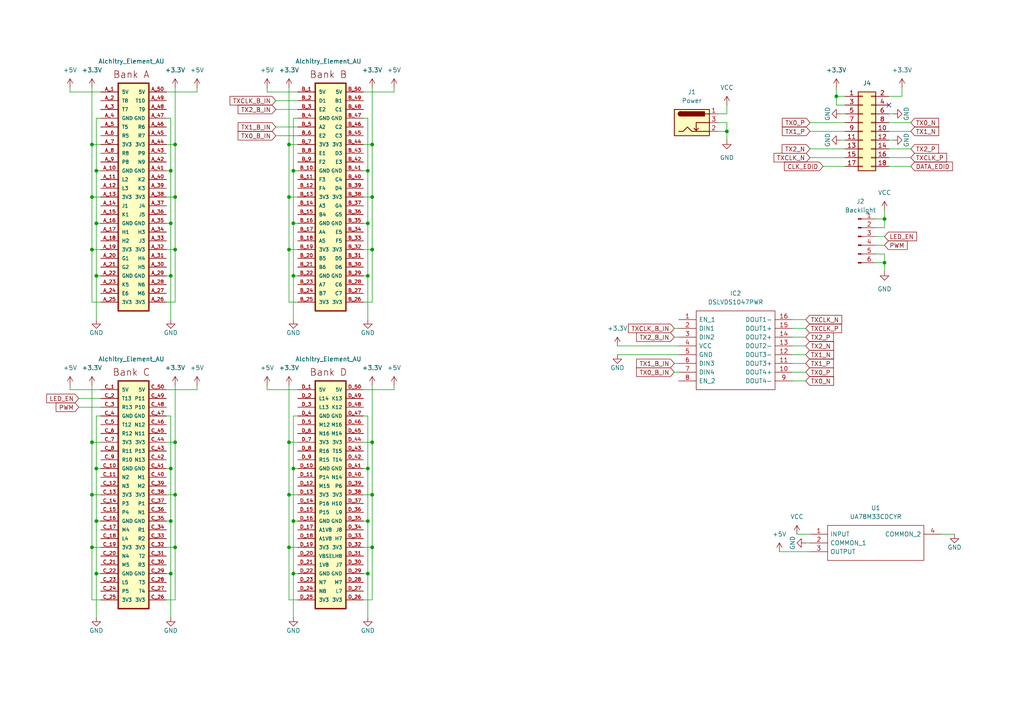
<source format=kicad_sch>
(kicad_sch (version 20230121) (generator eeschema)
  (paper "A4")
  (lib_symbols
    (symbol "Alchitry_Element:Alchitry_Element_AU" (pin_names (offset 1.016))
      (property "Value" "Alchitry_Element_AU" (at -3.81 -38.1 0))
      (symbol "Alchitry_Element_AU_1_0"
        (rectangle (start -3.81 30.48) (end 5.08 -35.56) (stroke (width 0.4064)) (fill (type background)))
        (text "Bank A" (at 0 33.02 0) (effects (font (size 2 2))))
        (pin passive line (at -8.89 27.94 0) (length 5.08) (name "5V") (number "A_1"))
        (pin passive line (at -8.89 5.08 0) (length 5.08) (name "GND") (number "A_10"))
        (pin passive line (at -8.89 2.54 0) (length 5.08) (name "L2") (number "A_11"))
        (pin passive line (at -8.89 0 0) (length 5.08) (name "L3") (number "A_12"))
        (pin passive line (at -8.89 -2.54 0) (length 5.08) (name "3V3") (number "A_13"))
        (pin passive line (at -8.89 -5.08 0) (length 5.08) (name "J1") (number "A_14"))
        (pin passive line (at -8.89 -7.62 0) (length 5.08) (name "K1") (number "A_15"))
        (pin passive line (at -8.89 -10.16 0) (length 5.08) (name "GND") (number "A_16"))
        (pin passive line (at -8.89 -12.7 0) (length 5.08) (name "H1") (number "A_17"))
        (pin passive line (at -8.89 -15.24 0) (length 5.08) (name "H2") (number "A_18"))
        (pin passive line (at -8.89 -17.78 0) (length 5.08) (name "3V3") (number "A_19"))
        (pin passive line (at -8.89 25.4 0) (length 5.08) (name "T8") (number "A_2"))
        (pin passive line (at -8.89 -20.32 0) (length 5.08) (name "G1") (number "A_20"))
        (pin passive line (at -8.89 -22.86 0) (length 5.08) (name "G2") (number "A_21"))
        (pin passive line (at -8.89 -25.4 0) (length 5.08) (name "GND") (number "A_22"))
        (pin passive line (at -8.89 -27.94 0) (length 5.08) (name "K5") (number "A_23"))
        (pin passive line (at -8.89 -30.48 0) (length 5.08) (name "E6") (number "A_24"))
        (pin passive line (at -8.89 -33.02 0) (length 5.08) (name "3V3") (number "A_25"))
        (pin passive line (at 10.16 -33.02 180) (length 5.08) (name "3V3") (number "A_26"))
        (pin passive line (at 10.16 -30.48 180) (length 5.08) (name "M6") (number "A_27"))
        (pin passive line (at 10.16 -27.94 180) (length 5.08) (name "N6") (number "A_28"))
        (pin passive line (at 10.16 -25.4 180) (length 5.08) (name "GND") (number "A_29"))
        (pin passive line (at -8.89 22.86 0) (length 5.08) (name "T7") (number "A_3"))
        (pin passive line (at 10.16 -22.86 180) (length 5.08) (name "H5") (number "A_30"))
        (pin passive line (at 10.16 -20.32 180) (length 5.08) (name "H4") (number "A_31"))
        (pin passive line (at 10.16 -17.78 180) (length 5.08) (name "3V3") (number "A_32"))
        (pin passive line (at 10.16 -15.24 180) (length 5.08) (name "J3") (number "A_33"))
        (pin passive line (at 10.16 -12.7 180) (length 5.08) (name "H3") (number "A_34"))
        (pin passive line (at 10.16 -10.16 180) (length 5.08) (name "GND") (number "A_35"))
        (pin passive line (at 10.16 -7.62 180) (length 5.08) (name "J5") (number "A_36"))
        (pin passive line (at 10.16 -5.08 180) (length 5.08) (name "J4") (number "A_37"))
        (pin passive line (at 10.16 -2.54 180) (length 5.08) (name "3V3") (number "A_38"))
        (pin passive line (at 10.16 0 180) (length 5.08) (name "K3") (number "A_39"))
        (pin passive line (at -8.89 20.32 0) (length 5.08) (name "GND") (number "A_4"))
        (pin passive line (at 10.16 2.54 180) (length 5.08) (name "K2") (number "A_40"))
        (pin passive line (at 10.16 5.08 180) (length 5.08) (name "GND") (number "A_41"))
        (pin passive line (at 10.16 7.62 180) (length 5.08) (name "N9") (number "A_42"))
        (pin passive line (at 10.16 10.16 180) (length 5.08) (name "P9") (number "A_43"))
        (pin passive line (at 10.16 12.7 180) (length 5.08) (name "3V3") (number "A_44"))
        (pin passive line (at 10.16 15.24 180) (length 5.08) (name "R7") (number "A_45"))
        (pin passive line (at 10.16 17.78 180) (length 5.08) (name "R6") (number "A_46"))
        (pin passive line (at 10.16 20.32 180) (length 5.08) (name "GND") (number "A_47"))
        (pin passive line (at 10.16 22.86 180) (length 5.08) (name "T9") (number "A_48"))
        (pin passive line (at 10.16 25.4 180) (length 5.08) (name "T10") (number "A_49"))
        (pin passive line (at -8.89 17.78 0) (length 5.08) (name "T5") (number "A_5"))
        (pin passive line (at 10.16 27.94 180) (length 5.08) (name "5V") (number "A_50"))
        (pin passive line (at -8.89 15.24 0) (length 5.08) (name "R5") (number "A_6"))
        (pin passive line (at -8.89 12.7 0) (length 5.08) (name "3V3") (number "A_7"))
        (pin passive line (at -8.89 10.16 0) (length 5.08) (name "R8") (number "A_8"))
        (pin passive line (at -8.89 7.62 0) (length 5.08) (name "P8") (number "A_9"))
      )
      (symbol "Alchitry_Element_AU_2_0"
        (rectangle (start -3.81 30.48) (end 5.08 -35.56) (stroke (width 0.4064)) (fill (type background)))
        (text "Bank B" (at 0 33.02 0) (effects (font (size 2 2))))
        (pin passive line (at -8.89 27.94 0) (length 5.08) (name "5V") (number "B_1"))
        (pin passive line (at -8.89 5.08 0) (length 5.08) (name "GND") (number "B_10"))
        (pin passive line (at -8.89 2.54 0) (length 5.08) (name "F3") (number "B_11"))
        (pin passive line (at -8.89 0 0) (length 5.08) (name "F4") (number "B_12"))
        (pin passive line (at -8.89 -2.54 0) (length 5.08) (name "3V3") (number "B_13"))
        (pin passive line (at -8.89 -5.08 0) (length 5.08) (name "A3") (number "B_14"))
        (pin passive line (at -8.89 -7.62 0) (length 5.08) (name "B4") (number "B_15"))
        (pin passive line (at -8.89 -10.16 0) (length 5.08) (name "GND") (number "B_16"))
        (pin passive line (at -8.89 -12.7 0) (length 5.08) (name "A4") (number "B_17"))
        (pin passive line (at -8.89 -15.24 0) (length 5.08) (name "A5") (number "B_18"))
        (pin passive line (at -8.89 -17.78 0) (length 5.08) (name "3V3") (number "B_19"))
        (pin passive line (at -8.89 25.4 0) (length 5.08) (name "D1") (number "B_2"))
        (pin passive line (at -8.89 -20.32 0) (length 5.08) (name "B5") (number "B_20"))
        (pin passive line (at -8.89 -22.86 0) (length 5.08) (name "B6") (number "B_21"))
        (pin passive line (at -8.89 -25.4 0) (length 5.08) (name "GND") (number "B_22"))
        (pin passive line (at -8.89 -27.94 0) (length 5.08) (name "A7") (number "B_23"))
        (pin passive line (at -8.89 -30.48 0) (length 5.08) (name "B7") (number "B_24"))
        (pin passive line (at -8.89 -33.02 0) (length 5.08) (name "3V3") (number "B_25"))
        (pin passive line (at 10.16 -33.02 180) (length 5.08) (name "3V3") (number "B_26"))
        (pin passive line (at 10.16 -30.48 180) (length 5.08) (name "C7") (number "B_27"))
        (pin passive line (at 10.16 -27.94 180) (length 5.08) (name "C6") (number "B_28"))
        (pin passive line (at 10.16 -25.4 180) (length 5.08) (name "GND") (number "B_29"))
        (pin passive line (at -8.89 22.86 0) (length 5.08) (name "E2") (number "B_3"))
        (pin passive line (at 10.16 -22.86 180) (length 5.08) (name "D6") (number "B_30"))
        (pin passive line (at 10.16 -20.32 180) (length 5.08) (name "D5") (number "B_31"))
        (pin passive line (at 10.16 -17.78 180) (length 5.08) (name "3V3") (number "B_32"))
        (pin passive line (at 10.16 -15.24 180) (length 5.08) (name "F5") (number "B_33"))
        (pin passive line (at 10.16 -12.7 180) (length 5.08) (name "E5") (number "B_34"))
        (pin passive line (at 10.16 -10.16 180) (length 5.08) (name "GND") (number "B_35"))
        (pin passive line (at 10.16 -7.62 180) (length 5.08) (name "G5") (number "B_36"))
        (pin passive line (at 10.16 -5.08 180) (length 5.08) (name "G4") (number "B_37"))
        (pin passive line (at 10.16 -2.54 180) (length 5.08) (name "3V3") (number "B_38"))
        (pin passive line (at 10.16 0 180) (length 5.08) (name "D4") (number "B_39"))
        (pin passive line (at -8.89 20.32 0) (length 5.08) (name "GND") (number "B_4"))
        (pin passive line (at 10.16 2.54 180) (length 5.08) (name "C4") (number "B_40"))
        (pin passive line (at 10.16 5.08 180) (length 5.08) (name "GND") (number "B_41"))
        (pin passive line (at 10.16 7.62 180) (length 5.08) (name "E3") (number "B_42"))
        (pin passive line (at 10.16 10.16 180) (length 5.08) (name "D3") (number "B_43"))
        (pin passive line (at 10.16 12.7 180) (length 5.08) (name "3V3") (number "B_44"))
        (pin passive line (at 10.16 15.24 180) (length 5.08) (name "C3") (number "B_45"))
        (pin passive line (at 10.16 17.78 180) (length 5.08) (name "C2") (number "B_46"))
        (pin passive line (at 10.16 20.32 180) (length 5.08) (name "GND") (number "B_47"))
        (pin passive line (at 10.16 22.86 180) (length 5.08) (name "C1") (number "B_48"))
        (pin passive line (at 10.16 25.4 180) (length 5.08) (name "B1") (number "B_49"))
        (pin passive line (at -8.89 17.78 0) (length 5.08) (name "A2") (number "B_5"))
        (pin passive line (at 10.16 27.94 180) (length 5.08) (name "5V") (number "B_50"))
        (pin passive line (at -8.89 15.24 0) (length 5.08) (name "E2") (number "B_6"))
        (pin passive line (at -8.89 12.7 0) (length 5.08) (name "3V3") (number "B_7"))
        (pin passive line (at -8.89 10.16 0) (length 5.08) (name "E1") (number "B_8"))
        (pin passive line (at -8.89 7.62 0) (length 5.08) (name "F2") (number "B_9"))
      )
      (symbol "Alchitry_Element_AU_3_0"
        (rectangle (start -3.81 30.48) (end 5.08 -35.56) (stroke (width 0.4064)) (fill (type background)))
        (text "Bank C" (at 0 33.02 0) (effects (font (size 2 2))))
        (pin passive line (at -8.89 27.94 0) (length 5.08) (name "5V") (number "C_1"))
        (pin passive line (at -8.89 5.08 0) (length 5.08) (name "GND") (number "C_10"))
        (pin passive line (at -8.89 2.54 0) (length 5.08) (name "N2") (number "C_11"))
        (pin passive line (at -8.89 0 0) (length 5.08) (name "N3") (number "C_12"))
        (pin passive line (at -8.89 -2.54 0) (length 5.08) (name "3V3") (number "C_13"))
        (pin passive line (at -8.89 -5.08 0) (length 5.08) (name "P3") (number "C_14"))
        (pin passive line (at -8.89 -7.62 0) (length 5.08) (name "P4") (number "C_15"))
        (pin passive line (at -8.89 -10.16 0) (length 5.08) (name "GND") (number "C_16"))
        (pin passive line (at -8.89 -12.7 0) (length 5.08) (name "M4") (number "C_17"))
        (pin passive line (at -8.89 -15.24 0) (length 5.08) (name "L4") (number "C_18"))
        (pin passive line (at -8.89 -17.78 0) (length 5.08) (name "3V3") (number "C_19"))
        (pin passive line (at -8.89 25.4 0) (length 5.08) (name "T13") (number "C_2"))
        (pin passive line (at -8.89 -20.32 0) (length 5.08) (name "N4") (number "C_20"))
        (pin passive line (at -8.89 -22.86 0) (length 5.08) (name "M5") (number "C_21"))
        (pin passive line (at -8.89 -25.4 0) (length 5.08) (name "GND") (number "C_22"))
        (pin passive line (at -8.89 -27.94 0) (length 5.08) (name "L5") (number "C_23"))
        (pin passive line (at -8.89 -30.48 0) (length 5.08) (name "P5") (number "C_24"))
        (pin passive line (at -8.89 -33.02 0) (length 5.08) (name "3V3") (number "C_25"))
        (pin passive line (at 10.16 -33.02 180) (length 5.08) (name "3V3") (number "C_26"))
        (pin passive line (at 10.16 -30.48 180) (length 5.08) (name "T4") (number "C_27"))
        (pin passive line (at 10.16 -27.94 180) (length 5.08) (name "T3") (number "C_28"))
        (pin passive line (at 10.16 -25.4 180) (length 5.08) (name "GND") (number "C_29"))
        (pin passive line (at -8.89 22.86 0) (length 5.08) (name "R13") (number "C_3"))
        (pin passive line (at 10.16 -22.86 180) (length 5.08) (name "R3") (number "C_30"))
        (pin passive line (at 10.16 -20.32 180) (length 5.08) (name "T2") (number "C_31"))
        (pin passive line (at 10.16 -17.78 180) (length 5.08) (name "3V3") (number "C_32"))
        (pin passive line (at 10.16 -15.24 180) (length 5.08) (name "R2") (number "C_33"))
        (pin passive line (at 10.16 -12.7 180) (length 5.08) (name "R1") (number "C_34"))
        (pin passive line (at 10.16 -10.16 180) (length 5.08) (name "GND") (number "C_35"))
        (pin passive line (at 10.16 -7.62 180) (length 5.08) (name "N1") (number "C_36"))
        (pin passive line (at 10.16 -5.08 180) (length 5.08) (name "P1") (number "C_37"))
        (pin passive line (at 10.16 -2.54 180) (length 5.08) (name "3V3") (number "C_38"))
        (pin passive line (at 10.16 0 180) (length 5.08) (name "M2") (number "C_39"))
        (pin passive line (at -8.89 20.32 0) (length 5.08) (name "GND") (number "C_4"))
        (pin passive line (at 10.16 2.54 180) (length 5.08) (name "M1") (number "C_40"))
        (pin passive line (at 10.16 5.08 180) (length 5.08) (name "GND") (number "C_41"))
        (pin passive line (at 10.16 7.62 180) (length 5.08) (name "N13") (number "C_42"))
        (pin passive line (at 10.16 10.16 180) (length 5.08) (name "P13") (number "C_43"))
        (pin passive line (at 10.16 12.7 180) (length 5.08) (name "3V3") (number "C_44"))
        (pin passive line (at 10.16 15.24 180) (length 5.08) (name "N11") (number "C_45"))
        (pin passive line (at 10.16 17.78 180) (length 5.08) (name "N12") (number "C_46"))
        (pin passive line (at 10.16 20.32 180) (length 5.08) (name "GND") (number "C_47"))
        (pin passive line (at 10.16 22.86 180) (length 5.08) (name "P10") (number "C_48"))
        (pin passive line (at 10.16 25.4 180) (length 5.08) (name "P11") (number "C_49"))
        (pin passive line (at -8.89 17.78 0) (length 5.08) (name "T12") (number "C_5"))
        (pin passive line (at 10.16 27.94 180) (length 5.08) (name "5V") (number "C_50"))
        (pin passive line (at -8.89 15.24 0) (length 5.08) (name "R12") (number "C_6"))
        (pin passive line (at -8.89 12.7 0) (length 5.08) (name "3V3") (number "C_7"))
        (pin passive line (at -8.89 10.16 0) (length 5.08) (name "R11") (number "C_8"))
        (pin passive line (at -8.89 7.62 0) (length 5.08) (name "R10") (number "C_9"))
      )
      (symbol "Alchitry_Element_AU_4_0"
        (rectangle (start -3.81 30.48) (end 5.08 -35.56) (stroke (width 0.4064)) (fill (type background)))
        (text "Bank D" (at 0 33.02 0) (effects (font (size 2 2))))
        (pin passive line (at -8.89 27.94 0) (length 5.08) (name "5V") (number "D_1"))
        (pin passive line (at -8.89 5.08 0) (length 5.08) (name "GND") (number "D_10"))
        (pin passive line (at -8.89 2.54 0) (length 5.08) (name "P14") (number "D_11"))
        (pin passive line (at -8.89 0 0) (length 5.08) (name "M15") (number "D_12"))
        (pin passive line (at -8.89 -2.54 0) (length 5.08) (name "3V3") (number "D_13"))
        (pin passive line (at -8.89 -5.08 0) (length 5.08) (name "P16") (number "D_14"))
        (pin passive line (at -8.89 -7.62 0) (length 5.08) (name "P15") (number "D_15"))
        (pin passive line (at -8.89 -10.16 0) (length 5.08) (name "GND") (number "D_16"))
        (pin passive line (at -8.89 -12.7 0) (length 5.08) (name "A1V8") (number "D_17"))
        (pin passive line (at -8.89 -15.24 0) (length 5.08) (name "A1V8") (number "D_18"))
        (pin passive line (at -8.89 -17.78 0) (length 5.08) (name "3V3") (number "D_19"))
        (pin passive line (at -8.89 25.4 0) (length 5.08) (name "L14") (number "D_2"))
        (pin passive line (at -8.89 -20.32 0) (length 5.08) (name "VBSEL") (number "D_20"))
        (pin passive line (at -8.89 -22.86 0) (length 5.08) (name "1V8") (number "D_21"))
        (pin passive line (at -8.89 -25.4 0) (length 5.08) (name "GND") (number "D_22"))
        (pin passive line (at -8.89 -27.94 0) (length 5.08) (name "N7") (number "D_23"))
        (pin passive line (at -8.89 -30.48 0) (length 5.08) (name "N8") (number "D_24"))
        (pin passive line (at -8.89 -33.02 0) (length 5.08) (name "3V3") (number "D_25"))
        (pin passive line (at 10.16 -33.02 180) (length 5.08) (name "3V3") (number "D_26"))
        (pin passive line (at 10.16 -30.48 180) (length 5.08) (name "L7") (number "D_27"))
        (pin passive line (at 10.16 -27.94 180) (length 5.08) (name "M7") (number "D_28"))
        (pin passive line (at 10.16 -25.4 180) (length 5.08) (name "GND") (number "D_29"))
        (pin passive line (at -8.89 22.86 0) (length 5.08) (name "L13") (number "D_3"))
        (pin passive line (at 10.16 -22.86 180) (length 5.08) (name "J7") (number "D_30"))
        (pin passive line (at 10.16 -20.32 180) (length 5.08) (name "H8") (number "D_31"))
        (pin passive line (at 10.16 -17.78 180) (length 5.08) (name "3V3") (number "D_32"))
        (pin passive line (at 10.16 -15.24 180) (length 5.08) (name "H7") (number "D_33"))
        (pin passive line (at 10.16 -12.7 180) (length 5.08) (name "J8") (number "D_34"))
        (pin passive line (at 10.16 -10.16 180) (length 5.08) (name "GND") (number "D_35"))
        (pin passive line (at 10.16 -7.62 180) (length 5.08) (name "L9") (number "D_36"))
        (pin passive line (at 10.16 -5.08 180) (length 5.08) (name "H10") (number "D_37"))
        (pin passive line (at 10.16 -2.54 180) (length 5.08) (name "3V3") (number "D_38"))
        (pin passive line (at 10.16 0 180) (length 5.08) (name "P6") (number "D_39"))
        (pin passive line (at -8.89 20.32 0) (length 5.08) (name "GND") (number "D_4"))
        (pin passive line (at 10.16 2.54 180) (length 5.08) (name "N14") (number "D_40"))
        (pin passive line (at 10.16 5.08 180) (length 5.08) (name "GND") (number "D_41"))
        (pin passive line (at 10.16 7.62 180) (length 5.08) (name "T14") (number "D_42"))
        (pin passive line (at 10.16 10.16 180) (length 5.08) (name "T15") (number "D_43"))
        (pin passive line (at 10.16 12.7 180) (length 5.08) (name "3V3") (number "D_44"))
        (pin passive line (at 10.16 15.24 180) (length 5.08) (name "M14") (number "D_45"))
        (pin passive line (at 10.16 17.78 180) (length 5.08) (name "M16") (number "D_46"))
        (pin passive line (at 10.16 20.32 180) (length 5.08) (name "GND") (number "D_47"))
        (pin passive line (at 10.16 22.86 180) (length 5.08) (name "K12") (number "D_48"))
        (pin passive line (at 10.16 25.4 180) (length 5.08) (name "K13") (number "D_49"))
        (pin passive line (at -8.89 17.78 0) (length 5.08) (name "M12") (number "D_5"))
        (pin passive line (at 10.16 27.94 180) (length 5.08) (name "5V") (number "D_50"))
        (pin passive line (at -8.89 15.24 0) (length 5.08) (name "N16") (number "D_6"))
        (pin passive line (at -8.89 12.7 0) (length 5.08) (name "3V3") (number "D_7"))
        (pin passive line (at -8.89 10.16 0) (length 5.08) (name "R16") (number "D_8"))
        (pin passive line (at -8.89 7.62 0) (length 5.08) (name "R15") (number "D_9"))
      )
    )
    (symbol "Connector:Barrel_Jack_Switch" (pin_names hide)
      (property "Reference" "J" (at 0 5.334 0))
      (property "Value" "Barrel_Jack_Switch" (at 0 -5.08 0))
      (symbol "Barrel_Jack_Switch_0_1"
        (rectangle (start -5.08 3.81) (end 5.08 -3.81) (stroke (width 0.254)) (fill (type background)))
        (arc (start -3.302 3.175) (mid -3.9343 2.54) (end -3.302 1.905) (stroke (width 0.254)))
        (arc (start -3.302 3.175) (mid -3.9343 2.54) (end -3.302 1.905) (stroke (width 0.254)) (fill (type outline)))
        (polyline (pts (xy 1.27 -2.286) (xy 1.905 -1.651)) (stroke (width 0.254)))
        (polyline (pts (xy 5.08 2.54) (xy 3.81 2.54)) (stroke (width 0.254)))
        (polyline (pts (xy 5.08 0) (xy 1.27 0) (xy 1.27 -2.286) (xy 0.635 -1.651)) (stroke (width 0.254)))
        (polyline (pts (xy -3.81 -2.54) (xy -2.54 -2.54) (xy -1.27 -1.27) (xy 0 -2.54) (xy 2.54 -2.54) (xy 5.08 -2.54)) (stroke (width 0.254)))
        (rectangle (start 3.683 3.175) (end -3.302 1.905) (stroke (width 0.254)) (fill (type outline)))
      )
      (symbol "Barrel_Jack_Switch_1_1"
        (pin passive line (at 7.62 2.54 180) (length 2.54) (name "~") (number "1"))
        (pin passive line (at 7.62 -2.54 180) (length 2.54) (name "~") (number "2"))
        (pin passive line (at 7.62 0 180) (length 2.54) (name "~") (number "3"))
      )
    )
    (symbol "Connector:Conn_01x06_Male" (pin_names (offset 1.016) hide)
      (property "Reference" "J" (at 0 7.62 0))
      (property "Value" "Conn_01x06_Male" (at 0 -10.16 0))
      (symbol "Conn_01x06_Male_1_1"
        (polyline (pts (xy 1.27 -7.62) (xy 0.8636 -7.62)) (stroke (width 0.1524)))
        (polyline (pts (xy 1.27 -5.08) (xy 0.8636 -5.08)) (stroke (width 0.1524)))
        (polyline (pts (xy 1.27 -2.54) (xy 0.8636 -2.54)) (stroke (width 0.1524)))
        (polyline (pts (xy 1.27 0) (xy 0.8636 0)) (stroke (width 0.1524)))
        (polyline (pts (xy 1.27 2.54) (xy 0.8636 2.54)) (stroke (width 0.1524)))
        (polyline (pts (xy 1.27 5.08) (xy 0.8636 5.08)) (stroke (width 0.1524)))
        (rectangle (start 0.8636 -7.493) (end 0 -7.747) (stroke (width 0.1524)) (fill (type outline)))
        (rectangle (start 0.8636 -4.953) (end 0 -5.207) (stroke (width 0.1524)) (fill (type outline)))
        (rectangle (start 0.8636 -2.413) (end 0 -2.667) (stroke (width 0.1524)) (fill (type outline)))
        (rectangle (start 0.8636 0.127) (end 0 -0.127) (stroke (width 0.1524)) (fill (type outline)))
        (rectangle (start 0.8636 2.667) (end 0 2.413) (stroke (width 0.1524)) (fill (type outline)))
        (rectangle (start 0.8636 5.207) (end 0 4.953) (stroke (width 0.1524)) (fill (type outline)))
        (pin passive line (at 5.08 5.08 180) (length 3.81) (name "Pin_1") (number "1"))
        (pin passive line (at 5.08 2.54 180) (length 3.81) (name "Pin_2") (number "2"))
        (pin passive line (at 5.08 0 180) (length 3.81) (name "Pin_3") (number "3"))
        (pin passive line (at 5.08 -2.54 180) (length 3.81) (name "Pin_4") (number "4"))
        (pin passive line (at 5.08 -5.08 180) (length 3.81) (name "Pin_5") (number "5"))
        (pin passive line (at 5.08 -7.62 180) (length 3.81) (name "Pin_6") (number "6"))
      )
    )
    (symbol "Connector_Generic:Conn_02x09_Odd_Even" (pin_names (offset 1.016) hide)
      (property "Reference" "J" (at 1.27 12.7 0))
      (property "Value" "Conn_02x09_Odd_Even" (at 1.27 -12.7 0))
      (symbol "Conn_02x09_Odd_Even_1_1"
        (rectangle (start -1.27 -10.033) (end 0 -10.287) (stroke (width 0.1524)))
        (rectangle (start -1.27 -7.493) (end 0 -7.747) (stroke (width 0.1524)))
        (rectangle (start -1.27 -4.953) (end 0 -5.207) (stroke (width 0.1524)))
        (rectangle (start -1.27 -2.413) (end 0 -2.667) (stroke (width 0.1524)))
        (rectangle (start -1.27 0.127) (end 0 -0.127) (stroke (width 0.1524)))
        (rectangle (start -1.27 2.667) (end 0 2.413) (stroke (width 0.1524)))
        (rectangle (start -1.27 5.207) (end 0 4.953) (stroke (width 0.1524)))
        (rectangle (start -1.27 7.747) (end 0 7.493) (stroke (width 0.1524)))
        (rectangle (start -1.27 10.287) (end 0 10.033) (stroke (width 0.1524)))
        (rectangle (start -1.27 11.43) (end 3.81 -11.43) (stroke (width 0.254)) (fill (type background)))
        (rectangle (start 3.81 -10.033) (end 2.54 -10.287) (stroke (width 0.1524)))
        (rectangle (start 3.81 -7.493) (end 2.54 -7.747) (stroke (width 0.1524)))
        (rectangle (start 3.81 -4.953) (end 2.54 -5.207) (stroke (width 0.1524)))
        (rectangle (start 3.81 -2.413) (end 2.54 -2.667) (stroke (width 0.1524)))
        (rectangle (start 3.81 0.127) (end 2.54 -0.127) (stroke (width 0.1524)))
        (rectangle (start 3.81 2.667) (end 2.54 2.413) (stroke (width 0.1524)))
        (rectangle (start 3.81 5.207) (end 2.54 4.953) (stroke (width 0.1524)))
        (rectangle (start 3.81 7.747) (end 2.54 7.493) (stroke (width 0.1524)))
        (rectangle (start 3.81 10.287) (end 2.54 10.033) (stroke (width 0.1524)))
        (pin passive line (at -5.08 10.16 0) (length 3.81) (name "Pin_1") (number "1"))
        (pin passive line (at 7.62 0 180) (length 3.81) (name "Pin_10") (number "10"))
        (pin passive line (at -5.08 -2.54 0) (length 3.81) (name "Pin_11") (number "11"))
        (pin passive line (at 7.62 -2.54 180) (length 3.81) (name "Pin_12") (number "12"))
        (pin passive line (at -5.08 -5.08 0) (length 3.81) (name "Pin_13") (number "13"))
        (pin passive line (at 7.62 -5.08 180) (length 3.81) (name "Pin_14") (number "14"))
        (pin passive line (at -5.08 -7.62 0) (length 3.81) (name "Pin_15") (number "15"))
        (pin passive line (at 7.62 -7.62 180) (length 3.81) (name "Pin_16") (number "16"))
        (pin passive line (at -5.08 -10.16 0) (length 3.81) (name "Pin_17") (number "17"))
        (pin passive line (at 7.62 -10.16 180) (length 3.81) (name "Pin_18") (number "18"))
        (pin passive line (at 7.62 10.16 180) (length 3.81) (name "Pin_2") (number "2"))
        (pin passive line (at -5.08 7.62 0) (length 3.81) (name "Pin_3") (number "3"))
        (pin passive line (at 7.62 7.62 180) (length 3.81) (name "Pin_4") (number "4"))
        (pin passive line (at -5.08 5.08 0) (length 3.81) (name "Pin_5") (number "5"))
        (pin passive line (at 7.62 5.08 180) (length 3.81) (name "Pin_6") (number "6"))
        (pin passive line (at -5.08 2.54 0) (length 3.81) (name "Pin_7") (number "7"))
        (pin passive line (at 7.62 2.54 180) (length 3.81) (name "Pin_8") (number "8"))
        (pin passive line (at -5.08 0 0) (length 3.81) (name "Pin_9") (number "9"))
      )
    )
    (symbol "SamacSys_Parts:DSLVDS1047PWR" (pin_names (offset 0.762))
      (property "Reference" "IC" (at 29.21 7.62 0))
      (property "Value" "DSLVDS1047PWR" (at 29.21 5.08 0))
      (symbol "DSLVDS1047PWR_0_0"
        (pin passive line (at 0 0 0) (length 5.08) (name "EN_1") (number "1"))
        (pin passive line (at 33.02 -15.24 180) (length 5.08) (name "DOUT4+") (number "10"))
        (pin passive line (at 33.02 -12.7 180) (length 5.08) (name "DOUT3+") (number "11"))
        (pin passive line (at 33.02 -10.16 180) (length 5.08) (name "DOUT3-") (number "12"))
        (pin passive line (at 33.02 -7.62 180) (length 5.08) (name "DOUT2-") (number "13"))
        (pin passive line (at 33.02 -5.08 180) (length 5.08) (name "DOUT2+") (number "14"))
        (pin passive line (at 33.02 -2.54 180) (length 5.08) (name "DOUT1+") (number "15"))
        (pin passive line (at 33.02 0 180) (length 5.08) (name "DOUT1-") (number "16"))
        (pin passive line (at 0 -2.54 0) (length 5.08) (name "DIN1") (number "2"))
        (pin passive line (at 0 -5.08 0) (length 5.08) (name "DIN2") (number "3"))
        (pin passive line (at 0 -7.62 0) (length 5.08) (name "VCC") (number "4"))
        (pin passive line (at 0 -10.16 0) (length 5.08) (name "GND") (number "5"))
        (pin passive line (at 0 -12.7 0) (length 5.08) (name "DIN3") (number "6"))
        (pin passive line (at 0 -15.24 0) (length 5.08) (name "DIN4") (number "7"))
        (pin passive line (at 0 -17.78 0) (length 5.08) (name "EN_2") (number "8"))
        (pin passive line (at 33.02 -17.78 180) (length 5.08) (name "DOUT4-") (number "9"))
      )
      (symbol "DSLVDS1047PWR_0_1"
        (polyline (pts (xy 5.08 2.54) (xy 27.94 2.54) (xy 27.94 -20.32) (xy 5.08 -20.32) (xy 5.08 2.54)) (stroke (width 0.1524)))
      )
    )
    (symbol "SamacSys_Parts:UA78M33CDCYR" (pin_names (offset 0.762))
      (property "Reference" "U" (at 34.29 7.62 0))
      (property "Value" "UA78M33CDCYR" (at 34.29 5.08 0))
      (symbol "UA78M33CDCYR_0_0"
        (pin passive line (at 0 0 0) (length 5.08) (name "INPUT") (number "1"))
        (pin passive line (at 0 -2.54 0) (length 5.08) (name "COMMON_1") (number "2"))
        (pin passive line (at 0 -5.08 0) (length 5.08) (name "OUTPUT") (number "3"))
        (pin passive line (at 38.1 0 180) (length 5.08) (name "COMMON_2") (number "4"))
      )
      (symbol "UA78M33CDCYR_0_1"
        (polyline (pts (xy 5.08 2.54) (xy 33.02 2.54) (xy 33.02 -7.62) (xy 5.08 -7.62) (xy 5.08 2.54)) (stroke (width 0.1524)))
      )
    )
    (symbol "power:+3.3V" (power) (pin_names (offset 0))
      (property "Value" "+3.3V" (at 0 3.556 0))
      (symbol "+3.3V_0_1"
        (polyline (pts (xy -0.762 1.27) (xy 0 2.54)))
        (polyline (pts (xy 0 0) (xy 0 2.54)))
        (polyline (pts (xy 0 2.54) (xy 0.762 1.27)))
      )
      (symbol "+3.3V_1_1"
        (pin power_in line (at 0 0 90) (length 0) hide (name "+3.3V") (number "1"))
      )
    )
    (symbol "power:+5V" (power) (pin_names (offset 0))
      (property "Value" "+5V" (at 0 3.556 0))
      (symbol "+5V_0_1"
        (polyline (pts (xy -0.762 1.27) (xy 0 2.54)))
        (polyline (pts (xy 0 0) (xy 0 2.54)))
        (polyline (pts (xy 0 2.54) (xy 0.762 1.27)))
      )
      (symbol "+5V_1_1"
        (pin power_in line (at 0 0 90) (length 0) hide (name "+5V") (number "1"))
      )
    )
    (symbol "power:GND" (power) (pin_names (offset 0))
      (property "Value" "GND" (at 0 -3.81 0))
      (symbol "GND_0_1"
        (polyline (pts (xy 0 0) (xy 0 -1.27) (xy 1.27 -1.27) (xy 0 -2.54) (xy -1.27 -1.27) (xy 0 -1.27)))
      )
      (symbol "GND_1_1"
        (pin power_in line (at 0 0 270) (length 0) hide (name "GND") (number "1"))
      )
    )
    (symbol "power:VCC" (power) (pin_names (offset 0))
      (property "Value" "VCC" (at 0 3.81 0))
      (symbol "VCC_0_1"
        (polyline (pts (xy -0.762 1.27) (xy 0 2.54)))
        (polyline (pts (xy 0 0) (xy 0 2.54)))
        (polyline (pts (xy 0 2.54) (xy 0.762 1.27)))
      )
      (symbol "VCC_1_1"
        (pin power_in line (at 0 0 90) (length 0) hide (name "VCC") (number "1"))
      )
    )
  )
  (junction (at 49.53 49.53))
  (junction (at 85.09 151.13))
  (junction (at 242.57 27.94))
  (junction (at 85.09 135.89))
  (junction (at 50.8 158.75))
  (junction (at 256.54 76.2))
  (junction (at 49.53 166.37))
  (junction (at 85.09 166.37))
  (junction (at 107.95 72.39))
  (junction (at 85.09 64.77))
  (junction (at 50.8 143.51))
  (junction (at 27.94 49.53))
  (junction (at 26.67 128.27))
  (junction (at 50.8 57.15))
  (junction (at 85.09 80.01))
  (junction (at 49.53 80.01))
  (junction (at 49.53 151.13))
  (junction (at 49.53 135.89))
  (junction (at 85.09 49.53))
  (junction (at 26.67 57.15))
  (junction (at 83.82 57.15))
  (junction (at 26.67 72.39))
  (junction (at 107.95 128.27))
  (junction (at 106.68 151.13))
  (junction (at 50.8 128.27))
  (junction (at 27.94 64.77))
  (junction (at 107.95 158.75))
  (junction (at 107.95 57.15))
  (junction (at 106.68 80.01))
  (junction (at 27.94 80.01))
  (junction (at 83.82 128.27))
  (junction (at 106.68 166.37))
  (junction (at 83.82 158.75))
  (junction (at 26.67 158.75))
  (junction (at 210.82 38.1))
  (junction (at 107.95 41.91))
  (junction (at 50.8 41.91))
  (junction (at 27.94 166.37))
  (junction (at 27.94 135.89))
  (junction (at 106.68 49.53))
  (junction (at 83.82 143.51))
  (junction (at 83.82 72.39))
  (junction (at 107.95 143.51))
  (junction (at 83.82 41.91))
  (junction (at 26.67 41.91))
  (junction (at 106.68 64.77))
  (junction (at 26.67 143.51))
  (junction (at 50.8 72.39))
  (junction (at 256.54 63.5))
  (junction (at 27.94 151.13))
  (junction (at 49.53 64.77))
  (junction (at 106.68 135.89))
  (no_connect (at 257.81 30.48))
  (wire (pts (xy 229.87 107.95) (xy 233.68 107.95)))
  (wire (pts (xy 229.87 95.25) (xy 233.68 95.25)))
  (wire (pts (xy 210.82 38.1) (xy 210.82 40.64)))
  (wire (pts (xy 107.95 57.15) (xy 105.41 57.15)))
  (wire (pts (xy 114.3 25.4) (xy 114.3 26.67)))
  (wire (pts (xy 27.94 151.13) (xy 27.94 166.37)))
  (wire (pts (xy 179.07 102.87) (xy 196.85 102.87)))
  (wire (pts (xy 254 66.04) (xy 256.54 66.04)))
  (wire (pts (xy 50.8 143.51) (xy 48.26 143.51)))
  (wire (pts (xy 107.95 143.51) (xy 105.41 143.51)))
  (wire (pts (xy 85.09 151.13) (xy 85.09 166.37)))
  (wire (pts (xy 50.8 158.75) (xy 48.26 158.75)))
  (wire (pts (xy 254 63.5) (xy 256.54 63.5)))
  (wire (pts (xy 106.68 135.89) (xy 106.68 151.13)))
  (wire (pts (xy 106.68 49.53) (xy 105.41 49.53)))
  (wire (pts (xy 20.32 111.76) (xy 20.32 113.03)))
  (wire (pts (xy 86.36 113.03) (xy 77.47 113.03)))
  (wire (pts (xy 83.82 57.15) (xy 86.36 57.15)))
  (wire (pts (xy 26.67 87.63) (xy 26.67 72.39)))
  (wire (pts (xy 27.94 34.29) (xy 27.94 49.53)))
  (wire (pts (xy 229.87 100.33) (xy 233.68 100.33)))
  (wire (pts (xy 83.82 128.27) (xy 86.36 128.27)))
  (wire (pts (xy 257.81 40.64) (xy 259.08 40.64)))
  (wire (pts (xy 106.68 49.53) (xy 106.68 64.77)))
  (wire (pts (xy 234.95 35.56) (xy 245.11 35.56)))
  (wire (pts (xy 27.94 49.53) (xy 29.21 49.53)))
  (wire (pts (xy 106.68 151.13) (xy 106.68 166.37)))
  (wire (pts (xy 107.95 158.75) (xy 105.41 158.75)))
  (wire (pts (xy 83.82 25.4) (xy 83.82 41.91)))
  (wire (pts (xy 27.94 64.77) (xy 29.21 64.77)))
  (wire (pts (xy 49.53 135.89) (xy 49.53 151.13)))
  (wire (pts (xy 107.95 158.75) (xy 107.95 143.51)))
  (wire (pts (xy 49.53 166.37) (xy 48.26 166.37)))
  (wire (pts (xy 26.67 57.15) (xy 26.67 41.91)))
  (wire (pts (xy 106.68 151.13) (xy 105.41 151.13)))
  (wire (pts (xy 83.82 72.39) (xy 83.82 57.15)))
  (wire (pts (xy 50.8 158.75) (xy 50.8 143.51)))
  (wire (pts (xy 26.67 72.39) (xy 26.67 57.15)))
  (wire (pts (xy 233.68 157.48) (xy 234.95 157.48)))
  (wire (pts (xy 26.67 25.4) (xy 26.67 41.91)))
  (wire (pts (xy 86.36 34.29) (xy 85.09 34.29)))
  (wire (pts (xy 86.36 87.63) (xy 83.82 87.63)))
  (wire (pts (xy 195.58 107.95) (xy 196.85 107.95)))
  (wire (pts (xy 257.81 35.56) (xy 264.16 35.56)))
  (wire (pts (xy 254 73.66) (xy 256.54 73.66)))
  (wire (pts (xy 49.53 151.13) (xy 49.53 166.37)))
  (wire (pts (xy 26.67 128.27) (xy 29.21 128.27)))
  (wire (pts (xy 29.21 113.03) (xy 20.32 113.03)))
  (wire (pts (xy 80.01 39.37) (xy 86.36 39.37)))
  (wire (pts (xy 231.14 154.94) (xy 234.95 154.94)))
  (wire (pts (xy 50.8 143.51) (xy 50.8 128.27)))
  (wire (pts (xy 107.95 41.91) (xy 105.41 41.91)))
  (wire (pts (xy 242.57 30.48) (xy 245.11 30.48)))
  (wire (pts (xy 27.94 80.01) (xy 29.21 80.01)))
  (wire (pts (xy 256.54 60.96) (xy 256.54 63.5)))
  (wire (pts (xy 29.21 87.63) (xy 26.67 87.63)))
  (wire (pts (xy 26.67 143.51) (xy 29.21 143.51)))
  (wire (pts (xy 273.05 154.94) (xy 276.86 154.94)))
  (wire (pts (xy 234.95 45.72) (xy 245.11 45.72)))
  (wire (pts (xy 105.41 26.67) (xy 114.3 26.67)))
  (wire (pts (xy 29.21 26.67) (xy 20.32 26.67)))
  (wire (pts (xy 83.82 57.15) (xy 83.82 41.91)))
  (wire (pts (xy 26.67 143.51) (xy 26.67 128.27)))
  (wire (pts (xy 106.68 166.37) (xy 106.68 179.07)))
  (wire (pts (xy 49.53 120.65) (xy 49.53 135.89)))
  (wire (pts (xy 83.82 143.51) (xy 83.82 128.27)))
  (wire (pts (xy 107.95 173.99) (xy 107.95 158.75)))
  (wire (pts (xy 210.82 33.02) (xy 210.82 30.48)))
  (wire (pts (xy 85.09 64.77) (xy 86.36 64.77)))
  (wire (pts (xy 195.58 95.25) (xy 196.85 95.25)))
  (wire (pts (xy 257.81 45.72) (xy 264.16 45.72)))
  (wire (pts (xy 195.58 105.41) (xy 196.85 105.41)))
  (wire (pts (xy 106.68 120.65) (xy 106.68 135.89)))
  (wire (pts (xy 48.26 173.99) (xy 50.8 173.99)))
  (wire (pts (xy 85.09 80.01) (xy 85.09 92.71)))
  (wire (pts (xy 49.53 80.01) (xy 48.26 80.01)))
  (wire (pts (xy 80.01 36.83) (xy 86.36 36.83)))
  (wire (pts (xy 257.81 27.94) (xy 261.62 27.94)))
  (wire (pts (xy 49.53 49.53) (xy 48.26 49.53)))
  (wire (pts (xy 229.87 110.49) (xy 233.68 110.49)))
  (wire (pts (xy 49.53 80.01) (xy 49.53 92.71)))
  (wire (pts (xy 49.53 151.13) (xy 48.26 151.13)))
  (wire (pts (xy 245.11 27.94) (xy 242.57 27.94)))
  (wire (pts (xy 29.21 34.29) (xy 27.94 34.29)))
  (wire (pts (xy 257.81 33.02) (xy 259.08 33.02)))
  (wire (pts (xy 57.15 111.76) (xy 57.15 113.03)))
  (wire (pts (xy 49.53 166.37) (xy 49.53 179.07)))
  (wire (pts (xy 27.94 166.37) (xy 27.94 179.07)))
  (wire (pts (xy 27.94 80.01) (xy 27.94 92.71)))
  (wire (pts (xy 50.8 41.91) (xy 48.26 41.91)))
  (wire (pts (xy 229.87 102.87) (xy 233.68 102.87)))
  (wire (pts (xy 48.26 113.03) (xy 57.15 113.03)))
  (wire (pts (xy 107.95 111.76) (xy 107.95 128.27)))
  (wire (pts (xy 27.94 151.13) (xy 29.21 151.13)))
  (wire (pts (xy 210.82 35.56) (xy 210.82 38.1)))
  (wire (pts (xy 256.54 73.66) (xy 256.54 76.2)))
  (wire (pts (xy 50.8 111.76) (xy 50.8 128.27)))
  (wire (pts (xy 254 68.58) (xy 256.54 68.58)))
  (wire (pts (xy 49.53 64.77) (xy 49.53 80.01)))
  (wire (pts (xy 50.8 25.4) (xy 50.8 41.91)))
  (wire (pts (xy 83.82 173.99) (xy 83.82 158.75)))
  (wire (pts (xy 50.8 87.63) (xy 50.8 72.39)))
  (wire (pts (xy 83.82 111.76) (xy 83.82 128.27)))
  (wire (pts (xy 26.67 72.39) (xy 29.21 72.39)))
  (wire (pts (xy 107.95 25.4) (xy 107.95 41.91)))
  (wire (pts (xy 106.68 80.01) (xy 105.41 80.01)))
  (wire (pts (xy 234.95 38.1) (xy 245.11 38.1)))
  (wire (pts (xy 85.09 120.65) (xy 85.09 135.89)))
  (wire (pts (xy 257.81 38.1) (xy 264.16 38.1)))
  (wire (pts (xy 243.84 40.64) (xy 245.11 40.64)))
  (wire (pts (xy 105.41 173.99) (xy 107.95 173.99)))
  (wire (pts (xy 106.68 64.77) (xy 105.41 64.77)))
  (wire (pts (xy 50.8 128.27) (xy 48.26 128.27)))
  (wire (pts (xy 238.76 48.26) (xy 245.11 48.26)))
  (wire (pts (xy 208.28 38.1) (xy 210.82 38.1)))
  (wire (pts (xy 208.28 35.56) (xy 210.82 35.56)))
  (wire (pts (xy 261.62 25.4) (xy 261.62 27.94)))
  (wire (pts (xy 86.36 173.99) (xy 83.82 173.99)))
  (wire (pts (xy 105.41 120.65) (xy 106.68 120.65)))
  (wire (pts (xy 83.82 72.39) (xy 86.36 72.39)))
  (wire (pts (xy 85.09 34.29) (xy 85.09 49.53)))
  (wire (pts (xy 26.67 158.75) (xy 26.67 143.51)))
  (wire (pts (xy 50.8 72.39) (xy 48.26 72.39)))
  (wire (pts (xy 80.01 31.75) (xy 86.36 31.75)))
  (wire (pts (xy 229.87 97.79) (xy 233.68 97.79)))
  (wire (pts (xy 48.26 120.65) (xy 49.53 120.65)))
  (wire (pts (xy 85.09 135.89) (xy 85.09 151.13)))
  (wire (pts (xy 242.57 27.94) (xy 242.57 30.48)))
  (wire (pts (xy 85.09 166.37) (xy 86.36 166.37)))
  (wire (pts (xy 50.8 57.15) (xy 50.8 41.91)))
  (wire (pts (xy 208.28 33.02) (xy 210.82 33.02)))
  (wire (pts (xy 22.86 115.57) (xy 29.21 115.57)))
  (wire (pts (xy 50.8 72.39) (xy 50.8 57.15)))
  (wire (pts (xy 106.68 34.29) (xy 106.68 49.53)))
  (wire (pts (xy 106.68 135.89) (xy 105.41 135.89)))
  (wire (pts (xy 49.53 49.53) (xy 49.53 64.77)))
  (wire (pts (xy 106.68 64.77) (xy 106.68 80.01)))
  (wire (pts (xy 105.41 34.29) (xy 106.68 34.29)))
  (wire (pts (xy 77.47 111.76) (xy 77.47 113.03)))
  (wire (pts (xy 114.3 111.76) (xy 114.3 113.03)))
  (wire (pts (xy 83.82 87.63) (xy 83.82 72.39)))
  (wire (pts (xy 107.95 72.39) (xy 105.41 72.39)))
  (wire (pts (xy 27.94 135.89) (xy 27.94 151.13)))
  (wire (pts (xy 83.82 158.75) (xy 86.36 158.75)))
  (wire (pts (xy 107.95 57.15) (xy 107.95 41.91)))
  (wire (pts (xy 229.87 105.41) (xy 233.68 105.41)))
  (wire (pts (xy 107.95 72.39) (xy 107.95 57.15)))
  (wire (pts (xy 49.53 135.89) (xy 48.26 135.89)))
  (wire (pts (xy 86.36 26.67) (xy 77.47 26.67)))
  (wire (pts (xy 26.67 173.99) (xy 26.67 158.75)))
  (wire (pts (xy 49.53 34.29) (xy 49.53 49.53)))
  (wire (pts (xy 49.53 64.77) (xy 48.26 64.77)))
  (wire (pts (xy 254 76.2) (xy 256.54 76.2)))
  (wire (pts (xy 27.94 135.89) (xy 29.21 135.89)))
  (wire (pts (xy 107.95 128.27) (xy 105.41 128.27)))
  (wire (pts (xy 48.26 34.29) (xy 49.53 34.29)))
  (wire (pts (xy 80.01 29.21) (xy 86.36 29.21)))
  (wire (pts (xy 22.86 118.11) (xy 29.21 118.11)))
  (wire (pts (xy 257.81 43.18) (xy 264.16 43.18)))
  (wire (pts (xy 83.82 158.75) (xy 83.82 143.51)))
  (wire (pts (xy 83.82 41.91) (xy 86.36 41.91)))
  (wire (pts (xy 256.54 63.5) (xy 256.54 66.04)))
  (wire (pts (xy 85.09 135.89) (xy 86.36 135.89)))
  (wire (pts (xy 226.06 160.02) (xy 234.95 160.02)))
  (wire (pts (xy 105.41 113.03) (xy 114.3 113.03)))
  (wire (pts (xy 85.09 80.01) (xy 86.36 80.01)))
  (wire (pts (xy 242.57 25.4) (xy 242.57 27.94)))
  (wire (pts (xy 26.67 57.15) (xy 29.21 57.15)))
  (wire (pts (xy 85.09 49.53) (xy 86.36 49.53)))
  (wire (pts (xy 85.09 49.53) (xy 85.09 64.77)))
  (wire (pts (xy 77.47 25.4) (xy 77.47 26.67)))
  (wire (pts (xy 107.95 87.63) (xy 107.95 72.39)))
  (wire (pts (xy 83.82 143.51) (xy 86.36 143.51)))
  (wire (pts (xy 27.94 166.37) (xy 29.21 166.37)))
  (wire (pts (xy 85.09 166.37) (xy 85.09 179.07)))
  (wire (pts (xy 26.67 41.91) (xy 29.21 41.91)))
  (wire (pts (xy 234.95 43.18) (xy 245.11 43.18)))
  (wire (pts (xy 20.32 25.4) (xy 20.32 26.67)))
  (wire (pts (xy 29.21 120.65) (xy 27.94 120.65)))
  (wire (pts (xy 29.21 173.99) (xy 26.67 173.99)))
  (wire (pts (xy 264.16 48.26) (xy 257.81 48.26)))
  (wire (pts (xy 27.94 64.77) (xy 27.94 80.01)))
  (wire (pts (xy 254 71.12) (xy 256.54 71.12)))
  (wire (pts (xy 85.09 151.13) (xy 86.36 151.13)))
  (wire (pts (xy 26.67 158.75) (xy 29.21 158.75)))
  (wire (pts (xy 85.09 64.77) (xy 85.09 80.01)))
  (wire (pts (xy 256.54 78.74) (xy 256.54 76.2)))
  (wire (pts (xy 243.84 33.02) (xy 245.11 33.02)))
  (wire (pts (xy 179.07 100.33) (xy 196.85 100.33)))
  (wire (pts (xy 229.87 92.71) (xy 233.68 92.71)))
  (wire (pts (xy 107.95 143.51) (xy 107.95 128.27)))
  (wire (pts (xy 48.26 26.67) (xy 57.15 26.67)))
  (wire (pts (xy 106.68 80.01) (xy 106.68 92.71)))
  (wire (pts (xy 106.68 166.37) (xy 105.41 166.37)))
  (wire (pts (xy 195.58 97.79) (xy 196.85 97.79)))
  (wire (pts (xy 50.8 173.99) (xy 50.8 158.75)))
  (wire (pts (xy 86.36 120.65) (xy 85.09 120.65)))
  (wire (pts (xy 26.67 111.76) (xy 26.67 128.27)))
  (wire (pts (xy 105.41 87.63) (xy 107.95 87.63)))
  (wire (pts (xy 27.94 49.53) (xy 27.94 64.77)))
  (wire (pts (xy 48.26 87.63) (xy 50.8 87.63)))
  (wire (pts (xy 27.94 120.65) (xy 27.94 135.89)))
  (wire (pts (xy 50.8 57.15) (xy 48.26 57.15)))
  (wire (pts (xy 57.15 25.4) (xy 57.15 26.67)))
  (global_label "LED_EN" (shape input) (at 22.86 115.57 180) (property "Intersheetrefs" "${INTERSHEET_REFS}" (effects hide)))
  (global_label "TX1_N" (shape input) (at 233.68 102.87 0) (property "Intersheetrefs" "${INTERSHEET_REFS}" (effects hide)))
  (global_label "TXCLK_B_IN" (shape input) (at 80.01 29.21 180) (property "Intersheetrefs" "${INTERSHEET_REFS}" (effects hide)))
  (global_label "TX0_P" (shape input) (at 233.68 107.95 0) (property "Intersheetrefs" "${INTERSHEET_REFS}" (effects hide)))
  (global_label "TX2_P" (shape input) (at 233.68 97.79 0) (property "Intersheetrefs" "${INTERSHEET_REFS}" (effects hide)))
  (global_label "TX2_N" (shape input) (at 233.68 100.33 0) (property "Intersheetrefs" "${INTERSHEET_REFS}" (effects hide)))
  (global_label "TX2_P" (shape input) (at 264.16 43.18 0) (property "Intersheetrefs" "${INTERSHEET_REFS}" (effects hide)))
  (global_label "TXCLK_N" (shape input) (at 234.95 45.72 180) (property "Intersheetrefs" "${INTERSHEET_REFS}" (effects hide)))
  (global_label "CLK_EDID" (shape input) (at 238.76 48.26 180) (property "Intersheetrefs" "${INTERSHEET_REFS}" (effects hide)))
  (global_label "TX2_N" (shape input) (at 234.95 43.18 180) (property "Intersheetrefs" "${INTERSHEET_REFS}" (effects hide)))
  (global_label "DATA_EDID" (shape input) (at 264.16 48.26 0) (property "Intersheetrefs" "${INTERSHEET_REFS}" (effects hide)))
  (global_label "TX0_N" (shape input) (at 233.68 110.49 0) (property "Intersheetrefs" "${INTERSHEET_REFS}" (effects hide)))
  (global_label "TX0_N" (shape input) (at 264.16 35.56 0) (property "Intersheetrefs" "${INTERSHEET_REFS}" (effects hide)))
  (global_label "TX0_B_IN" (shape input) (at 195.58 107.95 180) (property "Intersheetrefs" "${INTERSHEET_REFS}" (effects hide)))
  (global_label "PWM" (shape input) (at 256.54 71.12 0) (property "Intersheetrefs" "${INTERSHEET_REFS}" (effects hide)))
  (global_label "TX1_B_IN" (shape input) (at 80.01 36.83 180) (property "Intersheetrefs" "${INTERSHEET_REFS}" (effects hide)))
  (global_label "TXCLK_P" (shape input) (at 233.68 95.25 0) (property "Intersheetrefs" "${INTERSHEET_REFS}" (effects hide)))
  (global_label "TX2_B_IN" (shape input) (at 195.58 97.79 180) (property "Intersheetrefs" "${INTERSHEET_REFS}" (effects hide)))
  (global_label "TX0_P" (shape input) (at 234.95 35.56 180) (property "Intersheetrefs" "${INTERSHEET_REFS}" (effects hide)))
  (global_label "TX1_P" (shape input) (at 234.95 38.1 180) (property "Intersheetrefs" "${INTERSHEET_REFS}" (effects hide)))
  (global_label "PWM" (shape input) (at 22.86 118.11 180) (property "Intersheetrefs" "${INTERSHEET_REFS}" (effects hide)))
  (global_label "TX1_P" (shape input) (at 233.68 105.41 0) (property "Intersheetrefs" "${INTERSHEET_REFS}" (effects hide)))
  (global_label "TX1_B_IN" (shape input) (at 195.58 105.41 180) (property "Intersheetrefs" "${INTERSHEET_REFS}" (effects hide)))
  (global_label "TXCLK_N" (shape input) (at 233.68 92.71 0) (property "Intersheetrefs" "${INTERSHEET_REFS}" (effects hide)))
  (global_label "TXCLK_B_IN" (shape input) (at 195.58 95.25 180) (property "Intersheetrefs" "${INTERSHEET_REFS}" (effects hide)))
  (global_label "TX0_B_IN" (shape input) (at 80.01 39.37 180) (property "Intersheetrefs" "${INTERSHEET_REFS}" (effects hide)))
  (global_label "LED_EN" (shape input) (at 256.54 68.58 0) (property "Intersheetrefs" "${INTERSHEET_REFS}" (effects hide)))
  (global_label "TX1_N" (shape input) (at 264.16 38.1 0) (property "Intersheetrefs" "${INTERSHEET_REFS}" (effects hide)))
  (global_label "TXCLK_P" (shape input) (at 264.16 45.72 0) (property "Intersheetrefs" "${INTERSHEET_REFS}" (effects hide)))
  (global_label "TX2_B_IN" (shape input) (at 80.01 31.75 180) (property "Intersheetrefs" "${INTERSHEET_REFS}" (effects hide)))
  (symbol (lib_id "power:GND") (at 210.82 40.64 0) (unit 1)
    (property "Reference" "#PWR013" (effects hide))
    (property "Value" "GND" (at 210.82 45.72 0))
  )
  (symbol (lib_id "power:+3.3V") (at 50.8 111.76 0) (mirror y) (unit 1)
    (property "Reference" "#PWR040" (effects hide))
    (property "Value" "+3.3V" (at 50.8 106.68 0))
  )
  (symbol (lib_id "power:+5V") (at 77.47 111.76 0) (unit 1)
    (property "Reference" "#PWR030" (effects hide))
    (property "Value" "+5V" (at 77.47 106.68 0))
  )
  (symbol (lib_id "power:VCC") (at 210.82 30.48 0) (unit 1)
    (property "Reference" "#PWR012" (effects hide))
    (property "Value" "VCC" (at 210.82 25.4 0))
  )
  (symbol (lib_id "power:+3.3V") (at 107.95 111.76 0) (mirror y) (unit 1)
    (property "Reference" "#PWR043" (effects hide))
    (property "Value" "+3.3V" (at 107.95 106.68 0))
  )
  (symbol (lib_id "power:+5V") (at 114.3 25.4 0) (mirror y) (unit 1)
    (property "Reference" "#PWR036" (effects hide))
    (property "Value" "+5V" (at 114.3 20.32 0))
  )
  (symbol (lib_id "Alchitry_Element:Alchitry_Element_AU") (at 38.1 140.97 0) (unit 3)
    (property "Reference" "B1" (effects hide))
    (property "Value" "Alchitry_Element_AU" (at 38.1 104.14 0))
    (property "Footprint" "Alchitry_Element:Element_no_top" (effects hide))
  )
  (symbol (lib_id "power:+5V") (at 57.15 111.76 0) (mirror y) (unit 1)
    (property "Reference" "#PWR039" (effects hide))
    (property "Value" "+5V" (at 57.15 106.68 0))
  )
  (symbol (lib_id "power:GND") (at 243.84 33.02 270) (unit 1)
    (property "Reference" "#PWR015" (effects hide))
    (property "Value" "GND" (at 240.03 33.02 0))
  )
  (symbol (lib_id "power:+5V") (at 20.32 111.76 0) (unit 1)
    (property "Reference" "#PWR027" (effects hide))
    (property "Value" "+5V" (at 20.32 106.68 0))
  )
  (symbol (lib_id "power:GND") (at 276.86 154.94 0) (unit 1)
    (property "Reference" "#PWR06" (effects hide))
    (property "Value" "GND" (at 276.86 158.75 0))
  )
  (symbol (lib_id "power:+3.3V") (at 179.07 100.33 0) (unit 1)
    (property "Reference" "#PWR010" (effects hide))
    (property "Value" "+3.3V" (at 179.07 95.25 0))
  )
  (symbol (lib_id "Connector_Generic:Conn_02x09_Odd_Even") (at 250.19 38.1 0) (unit 1)
    (property "Reference" "J4" (at 251.46 24.13 0))
    (property "Value" "Conn_02x09_Odd_Even" (effects hide))
    (property "Footprint" "Connector_PinHeader_2.00mm:PinHeader_2x09_P2.00mm_Vertical" (effects hide))
  )
  (symbol (lib_id "power:+3.3V") (at 242.57 25.4 0) (unit 1)
    (property "Reference" "#PWR014" (effects hide))
    (property "Value" "+3.3V" (at 242.57 20.32 0))
  )
  (symbol (lib_id "power:+3.3V") (at 83.82 25.4 0) (unit 1)
    (property "Reference" "#PWR024" (effects hide))
    (property "Value" "+3.3V" (at 83.82 20.32 0))
  )
  (symbol (lib_id "power:+3.3V") (at 261.62 25.4 0) (unit 1)
    (property "Reference" "#PWR020" (effects hide))
    (property "Value" "+3.3V" (at 261.62 20.32 0))
  )
  (symbol (lib_id "power:+5V") (at 226.06 160.02 0) (mirror y) (unit 1)
    (property "Reference" "#PWR02" (effects hide))
    (property "Value" "+5V" (at 226.06 154.94 0))
  )
  (symbol (lib_id "power:+3.3V") (at 26.67 111.76 0) (unit 1)
    (property "Reference" "#PWR028" (effects hide))
    (property "Value" "+3.3V" (at 26.67 106.68 0))
  )
  (symbol (lib_id "Connector:Conn_01x06_Male") (at 248.92 68.58 0) (unit 1)
    (property "Reference" "J2" (at 249.555 58.42 0))
    (property "Value" "Backlight" (at 249.555 60.96 0))
    (property "Footprint" "Connector_JST:JST_PH_B6B-PH-K_1x06_P2.00mm_Vertical" (effects hide))
  )
  (symbol (lib_id "power:+5V") (at 20.32 25.4 0) (unit 1)
    (property "Reference" "#PWR021" (effects hide))
    (property "Value" "+5V" (at 20.32 20.32 0))
  )
  (symbol (lib_id "SamacSys_Parts:UA78M33CDCYR") (at 234.95 154.94 0) (unit 1)
    (property "Reference" "U1" (at 254 147.32 0))
    (property "Value" "UA78M33CDCYR" (at 254 149.86 0))
    (property "Footprint" "SamacSys_Parts:SOT230P700X180-4N" (effects hide))
    (property "Datasheet" "http://www.ti.com/lit/gpn/ua78m" (effects hide))
    (property "Description" "500-mA, 25-V, Linear Voltage Regulators" (effects hide))
    (property "Height" "1.8" (effects hide))
    (property "Manufacturer_Name" "Texas Instruments" (effects hide))
    (property "Manufacturer_Part_Number" "UA78M33CDCYR" (effects hide))
    (property "Mouser Part Number" "595-UA78M33CDCYR" (effects hide))
    (property "Mouser Price/Stock" "https://www.mouser.co.uk/ProductDetail/Texas-Instruments/UA78M33CDCYR?qs=LfG3tU9ud8DRKHAAx6wmNw%3D%3D" (effects hide))
    (property "Arrow Part Number" "UA78M33CDCYR" (effects hide))
    (property "Arrow Price/Stock" "https://www.arrow.com/en/products/ua78m33cdcyr/texas-instruments?region=nac" (effects hide))
  )
  (symbol (lib_id "Alchitry_Element:Alchitry_Element_AU") (at 95.25 54.61 0) (unit 2)
    (property "Reference" "B1" (effects hide))
    (property "Value" "Alchitry_Element_AU" (at 95.25 17.78 0))
    (property "Footprint" "Alchitry_Element:Element_no_top" (effects hide))
  )
  (symbol (lib_id "power:GND") (at 256.54 78.74 0) (unit 1)
    (property "Reference" "#PWR017" (effects hide))
    (property "Value" "GND" (at 256.54 83.82 0))
  )
  (symbol (lib_id "power:GND") (at 85.09 179.07 0) (unit 1)
    (property "Reference" "#PWR032" (effects hide))
    (property "Value" "GND" (at 85.09 182.88 0))
  )
  (symbol (lib_id "power:GND") (at 233.68 157.48 270) (unit 1)
    (property "Reference" "#PWR04" (effects hide))
    (property "Value" "GND" (at 229.87 157.48 0))
  )
  (symbol (lib_id "power:GND") (at 49.53 92.71 0) (mirror y) (unit 1)
    (property "Reference" "#PWR035" (effects hide))
    (property "Value" "GND" (at 49.53 96.52 0))
  )
  (symbol (lib_id "power:GND") (at 49.53 179.07 0) (mirror y) (unit 1)
    (property "Reference" "#PWR041" (effects hide))
    (property "Value" "GND" (at 49.53 182.88 0))
  )
  (symbol (lib_id "power:GND") (at 243.84 40.64 270) (unit 1)
    (property "Reference" "#PWR016" (effects hide))
    (property "Value" "GND" (at 240.03 40.64 0))
  )
  (symbol (lib_id "power:GND") (at 85.09 92.71 0) (unit 1)
    (property "Reference" "#PWR026" (effects hide))
    (property "Value" "GND" (at 85.09 96.52 0))
  )
  (symbol (lib_id "power:+5V") (at 77.47 25.4 0) (unit 1)
    (property "Reference" "#PWR025" (effects hide))
    (property "Value" "+5V" (at 77.47 20.32 0))
  )
  (symbol (lib_id "power:VCC") (at 256.54 60.96 0) (unit 1)
    (property "Reference" "#PWR08" (effects hide))
    (property "Value" "VCC" (at 256.54 55.88 0))
  )
  (symbol (lib_id "power:GND") (at 27.94 179.07 0) (unit 1)
    (property "Reference" "#PWR029" (effects hide))
    (property "Value" "GND" (at 27.94 182.88 0))
  )
  (symbol (lib_id "power:GND") (at 179.07 102.87 0) (unit 1)
    (property "Reference" "#PWR09" (effects hide))
    (property "Value" "GND" (at 179.07 106.68 0))
  )
  (symbol (lib_id "power:+3.3V") (at 26.67 25.4 0) (unit 1)
    (property "Reference" "#PWR022" (effects hide))
    (property "Value" "+3.3V" (at 26.67 20.32 0))
  )
  (symbol (lib_id "power:+5V") (at 57.15 25.4 0) (mirror y) (unit 1)
    (property "Reference" "#PWR033" (effects hide))
    (property "Value" "+5V" (at 57.15 20.32 0))
  )
  (symbol (lib_id "Connector:Barrel_Jack_Switch") (at 200.66 35.56 0) (unit 1)
    (property "Reference" "J1" (at 200.66 26.67 0))
    (property "Value" "Power" (at 200.66 29.21 0))
    (property "Footprint" "TerminalBlock_Phoenix:TerminalBlock_Phoenix_MKDS-3-2-5.08_1x02_P5.08mm_Horizontal" (effects hide))
  )
  (symbol (lib_id "power:+3.3V") (at 107.95 25.4 0) (mirror y) (unit 1)
    (property "Reference" "#PWR037" (effects hide))
    (property "Value" "+3.3V" (at 107.95 20.32 0))
  )
  (symbol (lib_id "Alchitry_Element:Alchitry_Element_AU") (at 95.25 140.97 0) (unit 4)
    (property "Reference" "B1" (effects hide))
    (property "Value" "Alchitry_Element_AU" (at 95.25 104.14 0))
    (property "Footprint" "Alchitry_Element:Element_no_top" (effects hide))
  )
  (symbol (lib_id "power:GND") (at 259.08 33.02 90) (unit 1)
    (property "Reference" "#PWR018" (effects hide))
    (property "Value" "GND" (at 262.89 33.02 0))
  )
  (symbol (lib_id "power:+5V") (at 114.3 111.76 0) (mirror y) (unit 1)
    (property "Reference" "#PWR042" (effects hide))
    (property "Value" "+5V" (at 114.3 106.68 0))
  )
  (symbol (lib_id "power:GND") (at 259.08 40.64 90) (unit 1)
    (property "Reference" "#PWR019" (effects hide))
    (property "Value" "GND" (at 262.89 40.64 0))
  )
  (symbol (lib_id "power:+3.3V") (at 50.8 25.4 0) (mirror y) (unit 1)
    (property "Reference" "#PWR034" (effects hide))
    (property "Value" "+3.3V" (at 50.8 20.32 0))
  )
  (symbol (lib_id "SamacSys_Parts:DSLVDS1047PWR") (at 196.85 92.71 0) (unit 1)
    (property "Reference" "IC2" (at 213.36 85.09 0))
    (property "Value" "DSLVDS1047PWR" (at 213.36 87.63 0))
    (property "Footprint" "SamacSys_Parts:SOP65P640X120-16N" (effects hide))
    (property "Datasheet" "http://www.ti.com/lit/gpn/dslvds1047" (effects hide))
    (property "Description" "3.3-V LVDS Quad Channel High-Speed Differential Line Driver" (effects hide))
    (property "Height" "1.2" (effects hide))
    (property "Manufacturer_Name" "Texas Instruments" (effects hide))
    (property "Manufacturer_Part_Number" "DSLVDS1047PWR" (effects hide))
    (property "Mouser Part Number" "595-DSLVDS1047PWR" (effects hide))
    (property "Mouser Price/Stock" "https://www.mouser.co.uk/ProductDetail/Texas-Instruments/DSLVDS1047PWR?qs=byeeYqUIh0NJzoaEbeZVUw%3D%3D" (effects hide))
    (property "Arrow Part Number" "DSLVDS1047PWR" (effects hide))
    (property "Arrow Price/Stock" "https://www.arrow.com/en/products/dslvds1047pwr/texas-instruments?region=nac" (effects hide))
  )
  (symbol (lib_id "power:GND") (at 106.68 179.07 0) (mirror y) (unit 1)
    (property "Reference" "#PWR044" (effects hide))
    (property "Value" "GND" (at 106.68 182.88 0))
  )
  (symbol (lib_id "power:GND") (at 106.68 92.71 0) (mirror y) (unit 1)
    (property "Reference" "#PWR038" (effects hide))
    (property "Value" "GND" (at 106.68 96.52 0))
  )
  (symbol (lib_id "power:GND") (at 27.94 92.71 0) (unit 1)
    (property "Reference" "#PWR023" (effects hide))
    (property "Value" "GND" (at 27.94 96.52 0))
  )
  (symbol (lib_id "power:+3.3V") (at 83.82 111.76 0) (unit 1)
    (property "Reference" "#PWR031" (effects hide))
    (property "Value" "+3.3V" (at 83.82 106.68 0))
  )
  (symbol (lib_id "power:VCC") (at 231.14 154.94 0) (unit 1)
    (property "Reference" "#PWR03" (effects hide))
    (property "Value" "VCC" (at 231.14 149.86 0))
  )
  (symbol (lib_id "Alchitry_Element:Alchitry_Element_AU") (at 38.1 54.61 0) (unit 1)
    (property "Reference" "B1" (effects hide))
    (property "Value" "Alchitry_Element_AU" (at 38.1 17.78 0))
    (property "Footprint" "Alchitry_Element:Element_no_top" (effects hide))
  )
)
</source>
